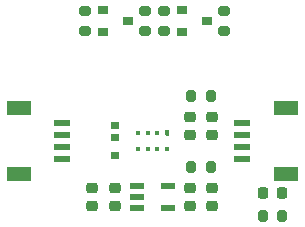
<source format=gtp>
%TF.GenerationSoftware,KiCad,Pcbnew,9.0.0*%
%TF.CreationDate,2025-04-11T12:54:06-06:00*%
%TF.ProjectId,SparkFun_AS7343_Qwiic,53706172-6b46-4756-9e5f-415337333433,v01*%
%TF.SameCoordinates,Original*%
%TF.FileFunction,Paste,Top*%
%TF.FilePolarity,Positive*%
%FSLAX46Y46*%
G04 Gerber Fmt 4.6, Leading zero omitted, Abs format (unit mm)*
G04 Created by KiCad (PCBNEW 9.0.0) date 2025-04-11 12:54:06*
%MOMM*%
%LPD*%
G01*
G04 APERTURE LIST*
G04 Aperture macros list*
%AMRoundRect*
0 Rectangle with rounded corners*
0 $1 Rounding radius*
0 $2 $3 $4 $5 $6 $7 $8 $9 X,Y pos of 4 corners*
0 Add a 4 corners polygon primitive as box body*
4,1,4,$2,$3,$4,$5,$6,$7,$8,$9,$2,$3,0*
0 Add four circle primitives for the rounded corners*
1,1,$1+$1,$2,$3*
1,1,$1+$1,$4,$5*
1,1,$1+$1,$6,$7*
1,1,$1+$1,$8,$9*
0 Add four rect primitives between the rounded corners*
20,1,$1+$1,$2,$3,$4,$5,0*
20,1,$1+$1,$4,$5,$6,$7,0*
20,1,$1+$1,$6,$7,$8,$9,0*
20,1,$1+$1,$8,$9,$2,$3,0*%
%AMFreePoly0*
4,1,6,0.230000,-0.043282,0.086782,-0.186500,-0.230000,-0.186500,-0.230000,0.186500,0.230000,0.186500,0.230000,-0.043282,0.230000,-0.043282,$1*%
G04 Aperture macros list end*
%ADD10C,0.000000*%
%ADD11RoundRect,0.225000X-0.250000X0.225000X-0.250000X-0.225000X0.250000X-0.225000X0.250000X0.225000X0*%
%ADD12RoundRect,0.225000X0.250000X-0.225000X0.250000X0.225000X-0.250000X0.225000X-0.250000X-0.225000X0*%
%ADD13RoundRect,0.200000X0.200000X0.275000X-0.200000X0.275000X-0.200000X-0.275000X0.200000X-0.275000X0*%
%ADD14RoundRect,0.218750X0.218750X0.256250X-0.218750X0.256250X-0.218750X-0.256250X0.218750X-0.256250X0*%
%ADD15RoundRect,0.200000X-0.200000X-0.275000X0.200000X-0.275000X0.200000X0.275000X-0.200000X0.275000X0*%
%ADD16R,1.200000X0.550000*%
%ADD17R,1.350000X0.600000*%
%ADD18R,2.000000X1.200000*%
%ADD19FreePoly0,270.000000*%
%ADD20R,0.390400X0.460000*%
%ADD21R,0.900000X0.800000*%
%ADD22RoundRect,0.200000X-0.275000X0.200000X-0.275000X-0.200000X0.275000X-0.200000X0.275000X0.200000X0*%
%ADD23RoundRect,0.200000X0.275000X-0.200000X0.275000X0.200000X-0.275000X0.200000X-0.275000X-0.200000X0*%
G04 APERTURE END LIST*
D10*
%TO.C,D2*%
G36*
X9825000Y13700000D02*
G01*
X9225000Y13700000D01*
X9225000Y14300000D01*
X9825000Y14300000D01*
X9825000Y13700000D01*
G37*
G36*
X9825000Y12700000D02*
G01*
X9225000Y12700000D01*
X9225000Y13300000D01*
X9825000Y13300000D01*
X9825000Y12700000D01*
G37*
G36*
X9825000Y11200000D02*
G01*
X9225000Y11200000D01*
X9225000Y11800000D01*
X9825000Y11800000D01*
X9825000Y11200000D01*
G37*
%TD*%
D11*
%TO.C,C6*%
X17780000Y8712500D03*
X17780000Y7162500D03*
%TD*%
D12*
%TO.C,C3*%
X15875000Y13195000D03*
X15875000Y14745000D03*
%TD*%
D13*
%TO.C,R1*%
X17652500Y16500000D03*
X16002500Y16500000D03*
%TD*%
D11*
%TO.C,C4*%
X17780000Y14745000D03*
X17780000Y13195000D03*
%TD*%
D14*
%TO.C,D1*%
X23647500Y8255000D03*
X22072500Y8255000D03*
%TD*%
D15*
%TO.C,R2*%
X16002500Y10477500D03*
X17652500Y10477500D03*
%TD*%
D16*
%TO.C,U1*%
X11399900Y8887500D03*
X11399900Y7937500D03*
X11399900Y6987500D03*
X14000100Y6987500D03*
X14000100Y8887500D03*
%TD*%
D17*
%TO.C,J1*%
X20320000Y11200000D03*
X20320000Y12200000D03*
X20320000Y13200000D03*
X20320000Y14200000D03*
D18*
X23995000Y15500000D03*
X23995000Y9900000D03*
%TD*%
D19*
%TO.C,U2*%
X13900000Y13338000D03*
D20*
X13100000Y13338000D03*
X12300000Y13338000D03*
X11500000Y13338000D03*
X11500000Y12062000D03*
X12300000Y12062000D03*
X13100000Y12062000D03*
X13900000Y12062000D03*
%TD*%
D17*
%TO.C,J2*%
X5080000Y14200000D03*
X5080000Y13200000D03*
X5080000Y12200000D03*
X5080000Y11200000D03*
D18*
X1405000Y9900000D03*
X1405000Y15500000D03*
%TD*%
D21*
%TO.C,Q1*%
X15192500Y23810000D03*
X15192500Y21910000D03*
X17292500Y22860000D03*
%TD*%
D22*
%TO.C,R5*%
X13652500Y23685000D03*
X13652500Y22035000D03*
%TD*%
D11*
%TO.C,C2*%
X9525000Y8712500D03*
X9525000Y7162500D03*
%TD*%
D15*
%TO.C,R3*%
X22035000Y6350000D03*
X23685000Y6350000D03*
%TD*%
D23*
%TO.C,R4*%
X6985000Y22035000D03*
X6985000Y23685000D03*
%TD*%
D11*
%TO.C,C1*%
X15875000Y8712500D03*
X15875000Y7162500D03*
%TD*%
D23*
%TO.C,R8*%
X18732500Y22035000D03*
X18732500Y23685000D03*
%TD*%
D11*
%TO.C,C5*%
X7620000Y8712500D03*
X7620000Y7162500D03*
%TD*%
D23*
%TO.C,R7*%
X12065000Y22035000D03*
X12065000Y23685000D03*
%TD*%
D21*
%TO.C,Q2*%
X8525000Y23810000D03*
X8525000Y21910000D03*
X10625000Y22860000D03*
%TD*%
M02*

</source>
